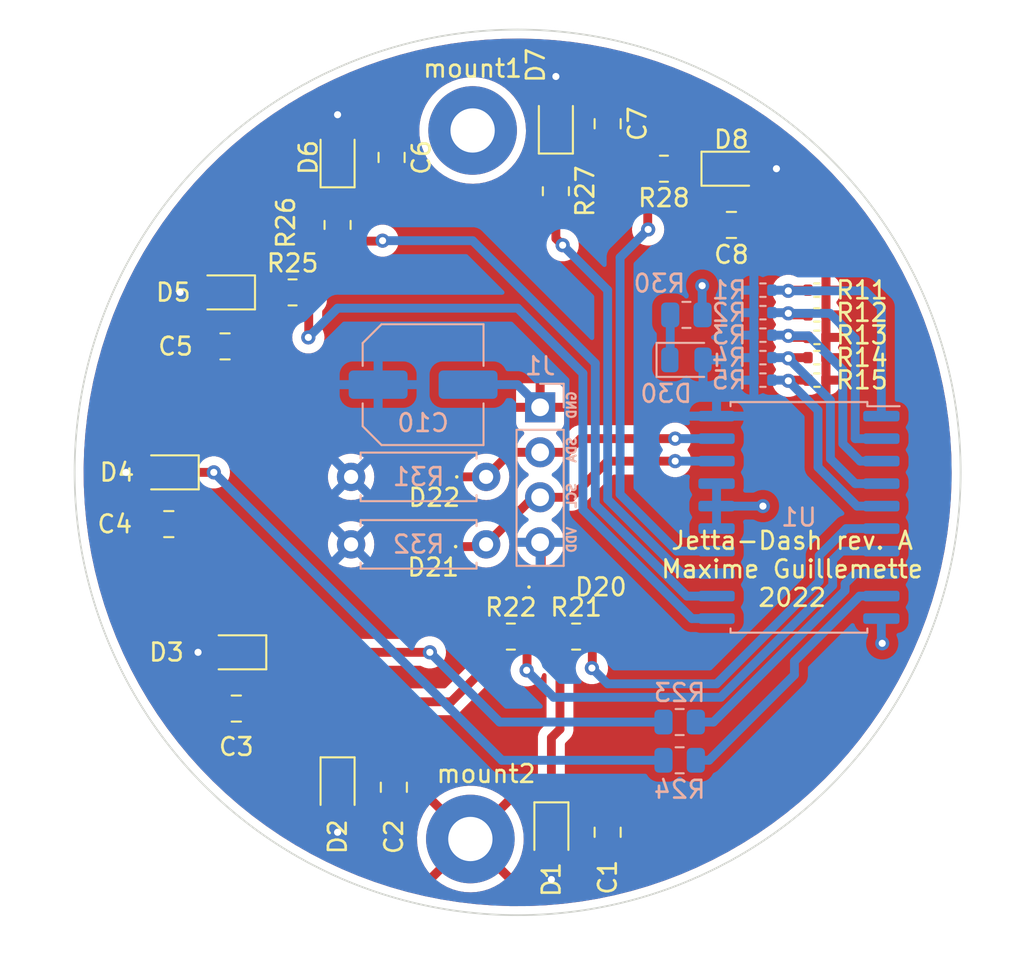
<source format=kicad_pcb>
(kicad_pcb (version 20211014) (generator pcbnew)
  (layers (0 "F.Cu" signal) (31 "B.Cu" signal) (34 "B.Paste" user) (35 "F.Paste" user) (36 "B.SilkS" user "B.Silkscreen") (37 "F.SilkS" user "F.Silkscreen") (38 "B.Mask" user) (39 "F.Mask" user) (44 "Edge.Cuts" user))
  (net 0 "")
  (net 1 "VCC_net")
  (net 2 "/addr0")
  (net 3 "/addr1")
  (net 4 "/addr2")
  (net 5 "/addr3")
  (net 6 "/addr4")
  (net 7 "GND")
  (net 8 "/SDA")
  (net 9 "/SCL")
  (net 10 "Net-(D5-Pad1)")
  (net 11 "Net-(D6-Pad1)")
  (net 12 "Net-(D1-Pad1)")
  (net 13 "Net-(R21-Pad2)")
  (net 14 "Net-(R22-Pad2)")
  (net 15 "Net-(R23-Pad2)")
  (net 16 "Net-(R24-Pad2)")
  (net 17 "Net-(R25-Pad2)")
  (net 18 "Net-(R26-Pad2)")
  (net 19 "Net-(R27-Pad2)")
  (net 20 "Net-(R28-Pad2)")
  (net 21 "Net-(D2-Pad1)")
  (net 22 "Net-(D3-Pad1)")
  (net 23 "Net-(D4-Pad1)")
  (net 24 "Net-(D7-Pad1)")
  (net 25 "Net-(D8-Pad1)")
  (net 26 "Net-(D30-Pad1)")
  (footprint "Capacitor_SMD:C_0805_2012Metric" (layer "F.Cu") (at 154.94 129.54 90)
    (fp_text reference "C1" (at -2.54 0 90) (layer "F.SilkS"))
    (fp_text value "1uF")
    (fp_line (start -0.261252 0.735) (end 0.261252 0.735) (layer "F.SilkS") (width 0.12))
    (fp_line (start -0.261252 -0.735) (end 0.261252 -0.735) (layer "F.SilkS") (width 0.12))
    (pad "1" smd roundrect (at -0.95 0 90) (size 1 1.45) (layers "F.Cu" "F.Paste" "F.Mask") (net 1 "VCC_net"))
    (pad "2" smd roundrect (at 0.95 0 90) (size 1 1.45) (layers "F.Cu" "F.Paste" "F.Mask") (net 7 "GND"))
  )
  (footprint "Resistor_SMD:R_0402_1005Metric" (layer "F.Cu") (at 166.751 100.33)
    (fp_text reference "R12" (at 2.54 -0.127) (layer "F.SilkS"))
    (fp_text value "0")
    (fp_line (start -0.153641 -0.38) (end 0.153641 -0.38) (layer "F.SilkS") (width 0.12))
    (fp_line (start -0.153641 0.38) (end 0.153641 0.38) (layer "F.SilkS") (width 0.12))
    (pad "1" smd roundrect (at -0.51 0) (size 0.54 0.64) (layers "F.Cu" "F.Paste" "F.Mask") (net 3 "/addr1"))
    (pad "2" smd roundrect (at 0.51 0) (size 0.54 0.64) (layers "F.Cu" "F.Paste" "F.Mask") (net 7 "GND"))
  )
  (footprint "Resistor_SMD:R_0805_2012Metric" (layer "F.Cu") (at 153.162 118.491)
    (fp_text reference "R21" (at 0 -1.65) (layer "F.SilkS"))
    (fp_text value "3K")
    (fp_line (start -0.227064 0.735) (end 0.227064 0.735) (layer "F.SilkS") (width 0.12))
    (fp_line (start -0.227064 -0.735) (end 0.227064 -0.735) (layer "F.SilkS") (width 0.12))
    (pad "1" smd roundrect (at -0.9125 0) (size 1.025 1.4) (layers "F.Cu" "F.Paste" "F.Mask") (roundrect_rratio 0.243902439) (net 12 "Net-(D1-Pad1)"))
    (pad "2" smd roundrect (at 0.9125 0) (size 1.025 1.4) (layers "F.Cu" "F.Paste" "F.Mask") (roundrect_rratio 0.243902439) (net 13 "Net-(R21-Pad2)"))
  )
  (footprint "Capacitor_SMD:C_0805_2012Metric" (layer "F.Cu") (at 154.94 89.535 -90)
    (fp_text reference "C7" (at 0 -1.68 90) (layer "F.SilkS"))
    (fp_text value "1uF")
    (fp_line (start -0.261252 -0.735) (end 0.261252 -0.735) (layer "F.SilkS") (width 0.12))
    (fp_line (start -0.261252 0.735) (end 0.261252 0.735) (layer "F.SilkS") (width 0.12))
    (pad "1" smd roundrect (at -0.95 0 270) (size 1 1.45) (layers "F.Cu" "F.Paste" "F.Mask") (net 1 "VCC_net"))
    (pad "2" smd roundrect (at 0.95 0 270) (size 1 1.45) (layers "F.Cu" "F.Paste" "F.Mask") (net 7 "GND"))
  )
  (footprint "LED_SMD:LED_0805_2012Metric" (layer "F.Cu") (at 133.355 99.06 180)
    (fp_text reference "D5" (at 2.926 0 180) (layer "F.SilkS"))
    (fp_text value "yellow")
    (fp_line (start -1.685 0.96) (end 1 0.96) (layer "F.SilkS") (width 0.12))
    (fp_line (start -1.685 -0.96) (end -1.685 0.96) (layer "F.SilkS") (width 0.12))
    (fp_line (start 1 -0.96) (end -1.685 -0.96) (layer "F.SilkS") (width 0.12))
    (pad "1" smd roundrect (at -0.9375 0 180) (size 0.975 1.4) (layers "F.Cu" "F.Paste" "F.Mask") (net 10 "Net-(D5-Pad1)"))
    (pad "2" smd roundrect (at 0.9375 0 180) (size 0.975 1.4) (layers "F.Cu" "F.Paste" "F.Mask") (net 1 "VCC_net"))
  )
  (footprint "LED_SMD:LED_0805_2012Metric" (layer "F.Cu") (at 151.765 129.535 -90)
    (fp_text reference "D1" (at 2.672 0 -90) (layer "F.SilkS"))
    (fp_text value "green")
    (fp_line (start 1 -0.96) (end -1.685 -0.96) (layer "F.SilkS") (width 0.12))
    (fp_line (start -1.685 0.96) (end 1 0.96) (layer "F.SilkS") (width 0.12))
    (fp_line (start -1.685 -0.96) (end -1.685 0.96) (layer "F.SilkS") (width 0.12))
    (pad "1" smd roundrect (at -0.9375 0 270) (size 0.975 1.4) (layers "F.Cu" "F.Paste" "F.Mask") (net 12 "Net-(D1-Pad1)"))
    (pad "2" smd roundrect (at 0.9375 0 270) (size 0.975 1.4) (layers "F.Cu" "F.Paste" "F.Mask") (net 1 "VCC_net"))
  )
  (footprint "Resistor_SMD:R_0805_2012Metric" (layer "F.Cu") (at 149.479 118.491)
    (fp_text reference "R22" (at 0 -1.65) (layer "F.SilkS"))
    (fp_text value "3K")
    (fp_line (start -0.227064 0.735) (end 0.227064 0.735) (layer "F.SilkS") (width 0.12))
    (fp_line (start -0.227064 -0.735) (end 0.227064 -0.735) (layer "F.SilkS") (width 0.12))
    (pad "1" smd roundrect (at -0.9125 0) (size 1.025 1.4) (layers "F.Cu" "F.Paste" "F.Mask") (roundrect_rratio 0.243902439) (net 21 "Net-(D2-Pad1)"))
    (pad "2" smd roundrect (at 0.9125 0) (size 1.025 1.4) (layers "F.Cu" "F.Paste" "F.Mask") (roundrect_rratio 0.243902439) (net 14 "Net-(R22-Pad2)"))
  )
  (footprint "LED_SMD:LED_0805_2012Metric" (layer "F.Cu") (at 130.18 109.22 180)
    (fp_text reference "D4" (at 2.926 0 180) (layer "F.SilkS"))
    (fp_text value "green")
    (fp_line (start -1.685 0.96) (end 1 0.96) (layer "F.SilkS") (width 0.12))
    (fp_line (start 1 -0.96) (end -1.685 -0.96) (layer "F.SilkS") (width 0.12))
    (fp_line (start -1.685 -0.96) (end -1.685 0.96) (layer "F.SilkS") (width 0.12))
    (pad "1" smd roundrect (at -0.9375 0 180) (size 0.975 1.4) (layers "F.Cu" "F.Paste" "F.Mask") (net 23 "Net-(D4-Pad1)"))
    (pad "2" smd roundrect (at 0.9375 0 180) (size 0.975 1.4) (layers "F.Cu" "F.Paste" "F.Mask") (net 1 "VCC_net"))
  )
  (footprint "Resistor_SMD:R_0402_1005Metric" (layer "F.Cu") (at 166.751 101.6)
    (fp_text reference "R13" (at 2.54 -0.127) (layer "F.SilkS"))
    (fp_text value "0")
    (fp_line (start -0.153641 -0.38) (end 0.153641 -0.38) (layer "F.SilkS") (width 0.12))
    (fp_line (start -0.153641 0.38) (end 0.153641 0.38) (layer "F.SilkS") (width 0.12))
    (pad "1" smd roundrect (at -0.51 0) (size 0.54 0.64) (layers "F.Cu" "F.Paste" "F.Mask") (net 4 "/addr2"))
    (pad "2" smd roundrect (at 0.51 0) (size 0.54 0.64) (layers "F.Cu" "F.Paste" "F.Mask") (net 7 "GND"))
  )
  (footprint "Resistor_SMD:R_0805_2012Metric" (layer "F.Cu") (at 158.115 92.075 180)
    (fp_text reference "R28" (at 0 -1.65) (layer "F.SilkS"))
    (fp_text value "3K")
    (fp_line (start -0.227064 -0.735) (end 0.227064 -0.735) (layer "F.SilkS") (width 0.12))
    (fp_line (start -0.227064 0.735) (end 0.227064 0.735) (layer "F.SilkS") (width 0.12))
    (pad "1" smd roundrect (at -0.9125 0 180) (size 1.025 1.4) (layers "F.Cu" "F.Paste" "F.Mask") (roundrect_rratio 0.243902439) (net 25 "Net-(D8-Pad1)"))
    (pad "2" smd roundrect (at 0.9125 0 180) (size 1.025 1.4) (layers "F.Cu" "F.Paste" "F.Mask") (roundrect_rratio 0.243902439) (net 20 "Net-(R28-Pad2)"))
  )
  (footprint "Resistor_SMD:R_0402_1005Metric" (layer "F.Cu") (at 166.751 104.013)
    (fp_text reference "R15" (at 2.54 0) (layer "F.SilkS"))
    (fp_text value "0")
    (fp_line (start -0.153641 0.38) (end 0.153641 0.38) (layer "F.SilkS") (width 0.12))
    (fp_line (start -0.153641 -0.38) (end 0.153641 -0.38) (layer "F.SilkS") (width 0.12))
    (pad "1" smd roundrect (at -0.51 0) (size 0.54 0.64) (layers "F.Cu" "F.Paste" "F.Mask") (net 6 "/addr4"))
    (pad "2" smd roundrect (at 0.51 0) (size 0.54 0.64) (layers "F.Cu" "F.Paste" "F.Mask") (net 7 "GND"))
  )
  (footprint "Capacitor_SMD:C_0805_2012Metric" (layer "F.Cu") (at 142.875 127 90)
    (fp_text reference "C2" (at -2.794 0 90) (layer "F.SilkS"))
    (fp_text value "1uF")
    (fp_line (start -0.261252 -0.735) (end 0.261252 -0.735) (layer "F.SilkS") (width 0.12))
    (fp_line (start -0.261252 0.735) (end 0.261252 0.735) (layer "F.SilkS") (width 0.12))
    (pad "1" smd roundrect (at -0.95 0 90) (size 1 1.45) (layers "F.Cu" "F.Paste" "F.Mask") (net 1 "VCC_net"))
    (pad "2" smd roundrect (at 0.95 0 90) (size 1 1.45) (layers "F.Cu" "F.Paste" "F.Mask") (net 7 "GND"))
  )
  (footprint "Capacitor_SMD:C_0805_2012Metric" (layer "F.Cu") (at 161.925 95.25 180)
    (fp_text reference "C8" (at 0 -1.68) (layer "F.SilkS"))
    (fp_text value "1uF")
    (fp_line (start -0.261252 -0.735) (end 0.261252 -0.735) (layer "F.SilkS") (width 0.12))
    (fp_line (start -0.261252 0.735) (end 0.261252 0.735) (layer "F.SilkS") (width 0.12))
    (pad "1" smd roundrect (at -0.95 0 180) (size 1 1.45) (layers "F.Cu" "F.Paste" "F.Mask") (net 1 "VCC_net"))
    (pad "2" smd roundrect (at 0.95 0 180) (size 1 1.45) (layers "F.Cu" "F.Paste" "F.Mask") (net 7 "GND"))
  )
  (footprint "Resistor_SMD:R_0805_2012Metric" (layer "F.Cu") (at 152.019 93.345 -90)
    (fp_text reference "R27" (at 0 -1.65 90) (layer "F.SilkS"))
    (fp_text value "3K")
    (fp_line (start -0.227064 -0.735) (end 0.227064 -0.735) (layer "F.SilkS") (width 0.12))
    (fp_line (start -0.227064 0.735) (end 0.227064 0.735) (layer "F.SilkS") (width 0.12))
    (pad "1" smd roundrect (at -0.9125 0 270) (size 1.025 1.4) (layers "F.Cu" "F.Paste" "F.Mask") (roundrect_rratio 0.243902439) (net 24 "Net-(D7-Pad1)"))
    (pad "2" smd roundrect (at 0.9125 0 270) (size 1.025 1.4) (layers "F.Cu" "F.Paste" "F.Mask") (roundrect_rratio 0.243902439) (net 19 "Net-(R27-Pad2)"))
  )
  (footprint "Resistor_SMD:R_0805_2012Metric" (layer "F.Cu") (at 139.7 95.25 -90)
    (fp_text reference "R26" (at -0.127 2.921 90) (layer "F.SilkS"))
    (fp_text value "3K")
    (fp_line (start -0.227064 0.735) (end 0.227064 0.735) (layer "F.SilkS") (width 0.12))
    (fp_line (start -0.227064 -0.735) (end 0.227064 -0.735) (layer "F.SilkS") (width 0.12))
    (pad "1" smd roundrect (at -0.9125 0 270) (size 1.025 1.4) (layers "F.Cu" "F.Paste" "F.Mask") (roundrect_rratio 0.243902439) (net 11 "Net-(D6-Pad1)"))
    (pad "2" smd roundrect (at 0.9125 0 270) (size 1.025 1.4) (layers "F.Cu" "F.Paste" "F.Mask") (roundrect_rratio 0.243902439) (net 18 "Net-(R26-Pad2)"))
  )
  (footprint "LED_SMD:LED_0805_2012Metric" (layer "F.Cu") (at 133.99 119.38 180)
    (fp_text reference "D3" (at 3.942 0 180) (layer "F.SilkS"))
    (fp_text value "green")
    (fp_line (start -1.685 0.96) (end 1 0.96) (layer "F.SilkS") (width 0.12))
    (fp_line (start -1.685 -0.96) (end -1.685 0.96) (layer "F.SilkS") (width 0.12))
    (fp_line (start 1 -0.96) (end -1.685 -0.96) (layer "F.SilkS") (width 0.12))
    (pad "1" smd roundrect (at -0.9375 0 180) (size 0.975 1.4) (layers "F.Cu" "F.Paste" "F.Mask") (net 22 "Net-(D3-Pad1)"))
    (pad "2" smd roundrect (at 0.9375 0 180) (size 0.975 1.4) (layers "F.Cu" "F.Paste" "F.Mask") (net 1 "VCC_net"))
  )
  (footprint "Resistor_SMD:R_0402_1005Metric" (layer "F.Cu") (at 166.751 98.933)
    (fp_text reference "R11" (at 2.54 0) (layer "F.SilkS"))
    (fp_text value "0")
    (fp_line (start -0.153641 -0.38) (end 0.153641 -0.38) (layer "F.SilkS") (width 0.12))
    (fp_line (start -0.153641 0.38) (end 0.153641 0.38) (layer "F.SilkS") (width 0.12))
    (pad "1" smd roundrect (at -0.51 0) (size 0.54 0.64) (layers "F.Cu" "F.Paste" "F.Mask") (net 2 "/addr0"))
    (pad "2" smd roundrect (at 0.51 0) (size 0.54 0.64) (layers "F.Cu" "F.Paste" "F.Mask") (net 7 "GND"))
  )
  (footprint "Capacitor_SMD:C_0805_2012Metric" (layer "F.Cu") (at 142.748 91.44 -90)
    (fp_text reference "C6" (at 0 -1.68 90) (layer "F.SilkS"))
    (fp_text value "1uF")
    (fp_line (start -0.261252 -0.735) (end 0.261252 -0.735) (layer "F.SilkS") (width 0.12))
    (fp_line (start -0.261252 0.735) (end 0.261252 0.735) (layer "F.SilkS") (width 0.12))
    (pad "1" smd roundrect (at -0.95 0 270) (size 1 1.45) (layers "F.Cu" "F.Paste" "F.Mask") (net 1 "VCC_net"))
    (pad "2" smd roundrect (at 0.95 0 270) (size 1 1.45) (layers "F.Cu" "F.Paste" "F.Mask") (net 7 "GND"))
  )
  (footprint "MountingHole:MountingHole_2.5mm_Pad" (layer "F.Cu") (at 147.32 89.916)
    (fp_text reference "mount1" (at 0 -3.5) (layer "F.SilkS"))
    (fp_text value "MountingHole_2.5mm_Pad")
    (pad "1" thru_hole circle (at 0 0) (size 5 5) (drill 2.5) (layers *.Cu *.Mask))
  )
  (footprint "MountingHole:MountingHole_2.5mm_Pad" (layer "F.Cu") (at 147.193 129.921)
    (fp_text reference "mount2" (at 0.889 -3.683) (layer "F.SilkS"))
    (fp_text value "MountingHole_2.5mm_Pad")
    (pad "1" thru_hole circle (at 0 0) (size 5 5) (drill 2.5) (layers *.Cu *.Mask) (net 7 "GND"))
  )
  (footprint "LED_SMD:LED_0805_2012Metric" (layer "F.Cu") (at 139.7 91.44 90)
    (fp_text reference "D6" (at 0 -1.65 90) (layer "F.SilkS"))
    (fp_text value "yellow")
    (fp_line (start 1 -0.96) (end -1.685 -0.96) (layer "F.SilkS") (width 0.12))
    (fp_line (start -1.685 -0.96) (end -1.685 0.96) (layer "F.SilkS") (width 0.12))
    (fp_line (start -1.685 0.96) (end 1 0.96) (layer "F.SilkS") (width 0.12))
    (pad "1" smd roundrect (at -0.9375 0 90) (size 0.975 1.4) (layers "F.Cu" "F.Paste" "F.Mask") (net 11 "Net-(D6-Pad1)"))
    (pad "2" smd roundrect (at 0.9375 0 90) (size 0.975 1.4) (layers "F.Cu" "F.Paste" "F.Mask") (net 1 "VCC_net"))
  )
  (footprint "Diode_SMD:D_0402_1005Metric_Pad0.77x0.64mm_HandSolder" (layer "F.Cu") (at 145.0965 113.411 180)
    (fp_text reference "D21" (at 0 -1.17) (layer "F.SilkS"))
    (fp_text value "5.6V")
    (fp_circle (center -1.265 0) (end -1.215 0) (layer "F.SilkS") (width 0.1) (fill none))
    (pad "1" smd roundrect (at -0.5725 0 180) (size 0.765 0.64) (layers "F.Cu" "F.Paste" "F.Mask") (net 9 "/SCL"))
    (pad "2" smd roundrect (at 0.5725 0 180) (size 0.765 0.64) (layers "F.Cu" "F.Paste" "F.Mask") (net 7 "GND"))
  )
  (footprint "LED_SMD:LED_0805_2012Metric" (layer "F.Cu") (at 161.92 92.075)
    (fp_text reference "D8" (at 0 -1.65) (layer "F.SilkS"))
    (fp_text value "red")
    (fp_line (start -1.685 0.96) (end 1 0.96) (layer "F.SilkS") (width 0.12))
    (fp_line (start -1.685 -0.96) (end -1.685 0.96) (layer "F.SilkS") (width 0.12))
    (fp_line (start 1 -0.96) (end -1.685 -0.96) (layer "F.SilkS") (width 0.12))
    (pad "1" smd roundrect (at -0.9375 0) (size 0.975 1.4) (layers "F.Cu" "F.Paste" "F.Mask") (net 25 "Net-(D8-Pad1)"))
    (pad "2" smd roundrect (at 0.9375 0) (size 0.975 1.4) (layers "F.Cu" "F.Paste" "F.Mask") (net 1 "VCC_net"))
  )
  (footprint "Diode_SMD:D_0402_1005Metric_Pad0.77x0.64mm_HandSolder" (layer "F.Cu") (at 145.161 109.474 180)
    (fp_text reference "D22" (at 0 -1.17) (layer "F.SilkS"))
    (fp_text value "5.6V")
    (fp_circle (center -1.265 0) (end -1.215 0) (layer "F.SilkS") (width 0.1) (fill none))
    (pad "1" smd roundrect (at -0.5725 0 180) (size 0.765 0.64) (layers "F.Cu" "F.Paste" "F.Mask") (net 8 "/SDA"))
    (pad "2" smd roundrect (at 0.5725 0 180) (size 0.765 0.64) (layers "F.Cu" "F.Paste" "F.Mask") (net 7 "GND"))
  )
  (footprint "Resistor_SMD:R_0402_1005Metric" (layer "F.Cu") (at 166.751 102.743)
    (fp_text reference "R14" (at 2.54 0) (layer "F.SilkS"))
    (fp_text value "0")
    (fp_line (start -0.153641 0.38) (end 0.153641 0.38) (layer "F.SilkS") (width 0.12))
    (fp_line (start -0.153641 -0.38) (end 0.153641 -0.38) (layer "F.SilkS") (width 0.12))
    (pad "1" smd roundrect (at -0.51 0) (size 0.54 0.64) (layers "F.Cu" "F.Paste" "F.Mask") (net 5 "/addr3"))
    (pad "2" smd roundrect (at 0.51 0) (size 0.54 0.64) (layers "F.Cu" "F.Paste" "F.Mask") (net 7 "GND"))
  )
  (footprint "Capacitor_SMD:C_0805_2012Metric" (layer "F.Cu") (at 133.35 102.108)
    (fp_text reference "C5" (at -2.794 0) (layer "F.SilkS"))
    (fp_text value "1uF")
    (fp_line (start -0.261252 0.735) (end 0.261252 0.735) (layer "F.SilkS") (width 0.12))
    (fp_line (start -0.261252 -0.735) (end 0.261252 -0.735) (layer "F.SilkS") (width 0.12))
    (pad "1" smd roundrect (at -0.95 0) (size 1 1.45) (layers "F.Cu" "F.Paste" "F.Mask") (net 1 "VCC_net"))
    (pad "2" smd roundrect (at 0.95 0) (size 1 1.45) (layers "F.Cu" "F.Paste" "F.Mask") (net 7 "GND"))
  )
  (footprint "Diode_SMD:D_0402_1005Metric_Pad0.77x0.64mm_HandSolder" (layer "F.Cu") (at 151.765 115.697)
    (fp_text reference "D20" (at 2.794 0) (layer "F.SilkS"))
    (fp_text value "5.6V")
    (fp_circle (center -1.265 0) (end -1.215 0) (layer "F.SilkS") (width 0.1) (fill none))
    (pad "1" smd roundrect (at -0.5725 0) (size 0.765 0.64) (layers "F.Cu" "F.Paste" "F.Mask") (net 1 "VCC_net"))
    (pad "2" smd roundrect (at 0.5725 0) (size 0.765 0.64) (layers "F.Cu" "F.Paste" "F.Mask") (net 7 "GND"))
  )
  (footprint "Resistor_SMD:R_0805_2012Metric" (layer "F.Cu") (at 137.16 99.06)
    (fp_text reference "R25" (at 0 -1.65) (layer "F.SilkS"))
    (fp_text value "3K")
    (fp_line (start -0.227064 -0.735) (end 0.227064 -0.735) (layer "F.SilkS") (width 0.12))
    (fp_line (start -0.227064 0.735) (end 0.227064 0.735) (layer "F.SilkS") (width 0.12))
    (pad "1" smd roundrect (at -0.9125 0) (size 1.025 1.4) (layers "F.Cu" "F.Paste" "F.Mask") (roundrect_rratio 0.243902439) (net 10 "Net-(D5-Pad1)"))
    (pad "2" smd roundrect (at 0.9125 0) (size 1.025 1.4) (layers "F.Cu" "F.Paste" "F.Mask") (roundrect_rratio 0.243902439) (net 17 "Net-(R25-Pad2)"))
  )
  (footprint "Capacitor_SMD:C_0805_2012Metric" (layer "F.Cu") (at 133.985 122.555)
    (fp_text reference "C3" (at 0 2.159) (layer "F.SilkS"))
    (fp_text value "1uF")
    (fp_line (start -0.261252 0.735) (end 0.261252 0.735) (layer "F.SilkS") (width 0.12))
    (fp_line (start -0.261252 -0.735) (end 0.261252 -0.735) (layer "F.SilkS") (width 0.12))
    (pad "1" smd roundrect (at -0.95 0) (size 1 1.45) (layers "F.Cu" "F.Paste" "F.Mask") (net 1 "VCC_net"))
    (pad "2" smd roundrect (at 0.95 0) (size 1 1.45) (layers "F.Cu" "F.Paste" "F.Mask") (net 7 "GND"))
  )
  (footprint "LED_SMD:LED_0805_2012Metric" (layer "F.Cu") (at 139.7 126.995 -90)
    (fp_text reference "D2" (at 2.799 0 -90) (layer "F.SilkS"))
    (fp_text value "green")
    (fp_line (start -1.685 0.96) (end 1 0.96) (layer "F.SilkS") (width 0.12))
    (fp_line (start -1.685 -0.96) (end -1.685 0.96) (layer "F.SilkS") (width 0.12))
    (fp_line (start 1 -0.96) (end -1.685 -0.96) (layer "F.SilkS") (width 0.12))
    (pad "1" smd roundrect (at -0.9375 0 270) (size 0.975 1.4) (layers "F.Cu" "F.Paste" "F.Mask") (net 21 "Net-(D2-Pad1)"))
    (pad "2" smd roundrect (at 0.9375 0 270) (size 0.975 1.4) (layers "F.Cu" "F.Paste" "F.Mask") (net 1 "VCC_net"))
  )
  (footprint "Capacitor_SMD:C_0805_2012Metric" (layer "F.Cu") (at 130.175 112.141)
    (fp_text reference "C4" (at -3.048 0) (layer "F.SilkS"))
    (fp_text value "1uF")
    (fp_line (start -0.261252 0.735) (end 0.261252 0.735) (layer "F.SilkS") (width 0.12))
    (fp_line (start -0.261252 -0.735) (end 0.261252 -0.735) (layer "F.SilkS") (width 0.12))
    (pad "1" smd roundrect (at -0.95 0) (size 1 1.45) (layers "F.Cu" "F.Paste" "F.Mask") (net 1 "VCC_net"))
    (pad "2" smd roundrect (at 0.95 0) (size 1 1.45) (layers "F.Cu" "F.Paste" "F.Mask") (net 7 "GND"))
  )
  (footprint "LED_SMD:LED_0805_2012Metric" (layer "F.Cu") (at 152.019 89.535 90)
    (fp_text reference "D7" (at 3.302 -1.143 90) (layer "F.SilkS"))
    (fp_text value "red")
    (fp_line (start -1.685 -0.96) (end -1.685 0.96) (layer "F.SilkS") (width 0.12))
    (fp_line (start -1.685 0.96) (end 1 0.96) (layer "F.SilkS") (width 0.12))
    (fp_line (start 1 -0.96) (end -1.685 -0.96) (layer "F.SilkS") (width 0.12))
    (pad "1" smd roundrect (at -0.9375 0 90) (size 0.975 1.4) (layers "F.Cu" "F.Paste" "F.Mask") (net 24 "Net-(D7-Pad1)"))
    (pad "2" smd roundrect (at 0.9375 0 90) (size 0.975 1.4) (layers "F.Cu" "F.Paste" "F.Mask") (net 1 "VCC_net"))
  )
  (footprint "Resistor_SMD:R_0402_1005Metric" (layer "B.Cu") (at 163.703 102.743)
    (fp_text reference "R4" (at -1.905 0) (layer "B.SilkS") (effects (justify mirror)))
    (fp_text value "0")
    (fp_line (start -0.153641 0.38) (end 0.153641 0.38) (layer "B.SilkS") (width 0.12))
    (fp_line (start -0.153641 -0.38) (end 0.153641 -0.38) (layer "B.SilkS") (width 0.12))
    (pad "1" smd roundrect (at -0.51 0) (size 0.54 0.64) (layers "B.Cu" "B.Paste" "B.Mask") (net 1 "VCC_net"))
    (pad "2" smd roundrect (at 0.51 0) (size 0.54 0.64) (layers "B.Cu" "B.Paste" "B.Mask") (net 5 "/addr3"))
  )
  (footprint "Resistor_SMD:R_0402_1005Metric" (layer "B.Cu") (at 163.703 100.203)
    (fp_text reference "R2" (at -1.905 0) (layer "B.SilkS") (effects (justify mirror)))
    (fp_text value "0")
    (fp_line (start -0.153641 -0.38) (end 0.153641 -0.38) (layer "B.SilkS") (width 0.12))
    (fp_line (start -0.153641 0.38) (end 0.153641 0.38) (layer "B.SilkS") (width 0.12))
    (pad "1" smd roundrect (at -0.51 0) (size 0.54 0.64) (layers "B.Cu" "B.Paste" "B.Mask") (net 1 "VCC_net"))
    (pad "2" smd roundrect (at 0.51 0) (size 0.54 0.64) (layers "B.Cu" "B.Paste" "B.Mask") (net 3 "/addr1"))
  )
  (footprint "Resistor_SMD:R_0805_2012Metric" (layer "B.Cu") (at 159.385 100.33)
    (fp_text reference "R30" (at -1.524 -1.778) (layer "B.SilkS") (effects (justify mirror)))
    (fp_text value "1K")
    (fp_line (start -0.227064 0.735) (end 0.227064 0.735) (layer "B.SilkS") (width 0.12))
    (fp_line (start -0.227064 -0.735) (end 0.227064 -0.735) (layer "B.SilkS") (width 0.12))
    (pad "1" smd roundrect (at -0.9125 0) (size 1.025 1.4) (layers "B.Cu" "B.Paste" "B.Mask") (roundrect_rratio 0.243902439) (net 26 "Net-(D30-Pad1)"))
    (pad "2" smd roundrect (at 0.9125 0) (size 1.025 1.4) (layers "B.Cu" "B.Paste" "B.Mask") (roundrect_rratio 0.243902439) (net 7 "GND"))
  )
  (footprint "Package_SO:SOIC-20W_7.5x12.8mm_P1.27mm" (layer "B.Cu") (at 165.735 111.76 180)
    (fp_text reference "U1" (at 0 0) (layer "B.SilkS") (effects (justify mirror)))
    (fp_text value "PCA9634")
    (fp_line (start 0 6.51) (end 3.86 6.51) (layer "B.SilkS") (width 0.12))
    (fp_line (start 0 -6.51) (end 3.86 -6.51) (layer "B.SilkS") (width 0.12))
    (fp_line (start -3.86 6.51) (end -3.86 6.275) (layer "B.SilkS") (width 0.12))
    (fp_line (start -3.86 -6.51) (end -3.86 -6.275) (layer "B.SilkS") (width 0.12))
    (fp_line (start 3.86 6.51) (end 3.86 6.275) (layer "B.SilkS") (width 0.12))
    (fp_line (start 0 6.51) (end -3.86 6.51) (layer "B.SilkS") (width 0.12))
    (fp_line (start 0 -6.51) (end -3.86 -6.51) (layer "B.SilkS") (width 0.12))
    (fp_line (start -3.86 6.275) (end -5.675 6.275) (layer "B.SilkS") (width 0.12))
    (fp_line (start 3.86 -6.51) (end 3.86 -6.275) (layer "B.SilkS") (width 0.12))
    (pad "1" smd roundrect (at -4.65 5.715 180) (size 2.05 0.6) (layers "B.Cu" "B.Paste" "B.Mask") (net 2 "/addr0"))
    (pad "2" smd roundrect (at -4.65 4.445 180) (size 2.05 0.6) (layers "B.Cu" "B.Paste" "B.Mask") (net 3 "/addr1"))
    (pad "3" smd roundrect (at -4.65 3.175 180) (size 2.05 0.6) (layers "B.Cu" "B.Paste" "B.Mask") (net 4 "/addr2"))
    (pad "4" smd roundrect (at -4.65 1.905 180) (size 2.05 0.6) (layers "B.Cu" "B.Paste" "B.Mask") (net 5 "/addr3"))
    (pad "5" smd roundrect (at -4.65 0.635 180) (size 2.05 0.6) (layers "B.Cu" "B.Paste" "B.Mask") (net 6 "/addr4"))
    (pad "6" smd roundrect (at -4.65 -0.635 180) (size 2.05 0.6) (layers "B.Cu" "B.Paste" "B.Mask") (net 13 "Net-(R21-Pad2)"))
    (pad "7" smd roundrect (at -4.65 -1.905 180) (size 2.05 0.6) (layers "B.Cu" "B.Paste" "B.Mask") (net 14 "Net-(R22-Pad2)"))
    (pad "8" smd roundrect (at -4.65 -3.175 180) (size 2.05 0.6) (layers "B.Cu" "B.Paste" "B.Mask") (net 15 "Net-(R23-Pad2)"))
    (pad "9" smd roundrect (at -4.65 -4.445 180) (size 2.05 0.6) (layers "B.Cu" "B.Paste" "B.Mask") (net 16 "Net-(R24-Pad2)"))
    (pad "10" smd roundrect (at -4.65 -5.715 180) (size 2.05 0.6) (layers "B.Cu" "B.Paste" "B.Mask") (net 7 "GND"))
    (pad "11" smd roundrect (at 4.65 -5.715 180) (size 2.05 0.6) (layers "B.Cu" "B.Paste" "B.Mask") (net 17 "Net-(R25-Pad2)"))
    (pad "12" smd roundrect (at 4.65 -4.445 180) (size 2.05 0.6) (layers "B.Cu" "B.Paste" "B.Mask") (net 18 "Net-(R26-Pad2)"))
    (pad "13" smd roundrect (at 4.65 -3.175 180) (size 2.05 0.6) (layers "B.Cu" "B.Paste" "B.Mask") (net 19 "Net-(R27-Pad2)"))
    (pad "14" smd roundrect (at 4.65 -1.905 180) (size 2.05 0.6) (layers "B.Cu" "B.Paste" "B.Mask") (net 20 "Net-(R28-Pad2)"))
    (pad "15" smd roundrect (at 4.65 -0.635 180) (size 2.05 0.6) (layers "B.Cu" "B.Paste" "B.Mask") (net 7 "GND"))
    (pad "16" smd roundrect (at 4.65 0.635 180) (size 2.05 0.6) (layers "B.Cu" "B.Paste" "B.Mask") (net 7 "GND"))
    (pad "17" smd roundrect (at 4.65 1.905 180) (size 2.05 0.6) (layers "B.Cu" "B.Paste" "B.Mask") (net 7 "GND"))
    (pad "18" smd roundrect (at 4.65 3.175 180) (size 2.05 0.6) (layers "B.Cu" "B.Paste" "B.Mask") (net 9 "/SCL"))
    (pad "19" smd roundrect (at 4.65 4.445 180) (size 2.05 0.6) (layers "B.Cu" "B.Paste" "B.Mask") (net 8 "/SDA"))
    (pad "20" smd roundrect (at 4.65 5.715 180) (size 2.05 0.6) (layers "B.Cu" "B.Paste" "B.Mask") (net 1 "VCC_net"))
  )
  (footprint "Connector_PinHeader_2.54mm:PinHeader_1x04_P2.54mm_Vertical" (layer "B.Cu") (at 151.13 105.547 180)
    (fp_text reference "J1" (at 0 2.33) (layer "B.SilkS") (effects (justify mirror)))
    (fp_text value "Conn_01x04")
    (fp_line (start -1.33 -8.95) (end 1.33 -8.95) (layer "B.SilkS") (width 0.12))
    (fp_line (start -1.33 1.33) (end 0 1.33) (layer "B.SilkS") (width 0.12))
    (fp_line (start -1.33 -1.27) (end -1.33 -8.95) (layer "B.SilkS") (width 0.12))
    (fp_line (start -1.33 0) (end -1.33 1.33) (layer "B.SilkS") (width 0.12))
    (fp_line (start 1.33 -1.27) (end 1.33 -8.95) (layer "B.SilkS") (width 0.12))
    (fp_line (start -1.33 -1.27) (end 1.33 -1.27) (layer "B.SilkS") (width 0.12))
    (pad "1" thru_hole rect (at 0 0 180) (size 1.7 1.7) (drill 1) (layers *.Cu *.Mask) (net 7 "GND"))
    (pad "2" thru_hole oval (at 0 -2.54 180) (size 1.7 1.7) (drill 1) (layers *.Cu *.Mask) (net 8 "/SDA"))
    (pad "3" thru_hole oval (at 0 -5.08 180) (size 1.7 1.7) (drill 1) (layers *.Cu *.Mask) (net 9 "/SCL"))
    (pad "4" thru_hole oval (at 0 -7.62 180) (size 1.7 1.7) (drill 1) (layers *.Cu *.Mask) (net 1 "VCC_net"))
  )
  (footprint "Resistor_THT:R_Axial_DIN0207_L6.3mm_D2.5mm_P7.62mm_Horizontal" (layer "B.Cu") (at 140.462 109.474)
    (fp_text reference "R31" (at 3.81 0) (layer "B.SilkS") (effects (justify mirror)))
    (fp_text value "10K")
    (fp_line (start 7.08 1.37) (end 7.08 1.04) (layer "B.SilkS") (width 0.12))
    (fp_line (start 0.54 -1.37) (end 7.08 -1.37) (layer "B.SilkS") (width 0.12))
    (fp_line (start 0.54 1.37) (end 7.08 1.37) (layer "B.SilkS") (width 0.12))
    (fp_line (start 0.54 1.04) (end 0.54 1.37) (layer "B.SilkS") (width 0.12))
    (fp_line (start 0.54 -1.04) (end 0.54 -1.37) (layer "B.SilkS") (width 0.12))
    (fp_line (start 7.08 -1.37) (end 7.08 -1.04) (layer "B.SilkS") (width 0.12))
    (pad "1" thru_hole circle (at 0 0) (size 1.6 1.6) (drill 0.8) (layers *.Cu *.Mask) (net 1 "VCC_net"))
    (pad "2" thru_hole oval (at 7.62 0) (size 1.6 1.6) (drill 0.8) (layers *.Cu *.Mask) (net 8 "/SDA"))
  )
  (footprint "Resistor_SMD:R_0402_1005Metric" (layer "B.Cu") (at 163.703 101.473)
    (fp_text reference "R3" (at -1.905 0) (layer "B.SilkS") (effects (justify mirror)))
    (fp_text value "0")
    (fp_line (start -0.153641 -0.38) (end 0.153641 -0.38) (layer "B.SilkS") (width 0.12))
    (fp_line (start -0.153641 0.38) (end 0.153641 0.38) (layer "B.SilkS") (width 0.12))
    (pad "1" smd roundrect (at -0.51 0) (size 0.54 0.64) (layers "B.Cu" "B.Paste" "B.Mask") (net 1 "VCC_net"))
    (pad "2" smd roundrect (at 0.51 0) (size 0.54 0.64) (layers "B.Cu" "B.Paste" "B.Mask") (net 4 "/addr2"))
  )
  (footprint "LED_SMD:LED_0805_2012Metric" (layer "B.Cu") (at 159.385 102.87)
    (fp_text reference "D30" (at -1.143 1.905) (layer "B.SilkS") (effects (justify mirror)))
    (fp_text value "green")
    (fp_line (start -1.685 0.96) (end -1.685 -0.96) (layer "B.SilkS") (width 0.12))
    (fp_line (start 1 0.96) (end -1.685 0.96) (layer "B.SilkS") (width 0.12))
    (fp_line (start -1.685 -0.96) (end 1 -0.96) (layer "B.SilkS") (width 0.12))
    (pad "1" smd roundrect (at -0.9375 0) (size 0.975 1.4) (layers "B.Cu" "B.Paste" "B.Mask") (net 26 "Net-(D30-Pad1)"))
    (pad "2" smd roundrect (at 0.9375 0) (size 0.975 1.4) (layers "B.Cu" "B.Paste" "B.Mask") (net 1 "VCC_net"))
  )
  (footprint "Resistor_THT:R_Axial_DIN0207_L6.3mm_D2.5mm_P7.62mm_Horizontal" (layer "B.Cu") (at 140.462 113.284)
    (fp_text reference "R32" (at 3.81 0) (layer "B.SilkS") (effects (justify mirror)))
    (fp_text value "10K")
    (fp_line (start 7.08 -1.37) (end 7.08 -1.04) (layer "B.SilkS") (width 0.12))
    (fp_line (start 0.54 -1.04) (end 0.54 -1.37) (layer "B.SilkS") (width 0.12))
    (fp_line (start 0.54 -1.37) (end 7.08 -1.37) (layer "B.SilkS") (width 0.12))
    (fp_line (start 0.54 1.37) (end 7.08 1.37) (layer "B.SilkS") (width 0.12))
    (fp_line (start 7.08 1.37) (end 7.08 1.04) (layer "B.SilkS") (width 0.12))
    (fp_line (start 0.54 1.04) (end 0.54 1.37) (layer "B.SilkS") (width 0.12))
    (pad "1" thru_hole circle (at 0 0) (size 1.6 1.6) (drill 0.8) (layers *.Cu *.Mask) (net 1 "VCC_net"))
    (pad "2" thru_hole oval (at 7.62 0) (size 1.6 1.6) (drill 0.8) (layers *.Cu *.Mask) (net 9 "/SCL"))
  )
  (footprint "Resistor_SMD:R_0402_1005Metric" (layer "B.Cu") (at 163.703 98.933)
    (fp_text reference "R1" (at -1.905 0) (layer "B.SilkS") (effects (justify mirror)))
    (fp_text value "0")
    (fp_line (start -0.153641 -0.38) (end 0.153641 -0.38) (layer "B.SilkS") (width 0.12))
    (fp_line (start -0.153641 0.38) (end 0.153641 0.38) (layer "B.SilkS") (width 0.12))
    (pad "1" smd roundrect (at -0.51 0) (size 0.54 0.64) (layers "B.Cu" "B.Paste" "B.Mask") (net 1 "VCC_net"))
    (pad "2" smd roundrect (at 0.51 0) (size 0.54 0.64) (layers "B.Cu" "B.Paste" "B.Mask") (net 2 "/addr0"))
  )
  (footprint "Resistor_SMD:R_0805_2012Metric" (layer "B.Cu") (at 159.004 123.317)
    (fp_text reference "R23" (at 0 -1.651) (layer "B.SilkS") (effects (justify mirror)))
    (fp_text value "3K")
    (fp_line (start -0.227064 -0.735) (end 0.227064 -0.735) (layer "B.SilkS") (width 0.12))
    (fp_line (start -0.227064 0.735) (end 0.227064 0.735) (layer "B.SilkS") (width 0.12))
    (pad "1" smd roundrect (at -0.9125 0) (size 1.025 1.4) (layers "B.Cu" "B.Paste" "B.Mask") (roundrect_rratio 0.243902439) (net 22 "Net-(D3-Pad1)"))
    (pad "2" smd roundrect (at 0.9125 0) (size 1.025 1.4) (layers "B.Cu" "B.Paste" "B.Mask") (roundrect_rratio 0.243902439) (net 15 "Net-(R23-Pad2)"))
  )
  (footprint "Resistor_SMD:R_0805_2012Metric" (layer "B.Cu") (at 159.004 125.476)
    (fp_text reference "R24" (at 0 1.65) (layer "B.SilkS") (effects (justify mirror)))
    (fp_text value "3K")
    (fp_line (start -0.227064 0.735) (end 0.227064 0.735) (layer "B.SilkS") (width 0.12))
    (fp_line (start -0.227064 -0.735) (end 0.227064 -0.735) (layer "B.SilkS") (width 0.12))
    (pad "1" smd roundrect (at -0.9125 0) (size 1.025 1.4) (layers "B.Cu" "B.Paste" "B.Mask") (roundrect_rratio 0.243902439) (net 23 "Net-(D4-Pad1)"))
    (pad "2" smd roundrect (at 0.9125 0) (size 1.025 1.4) (layers "B.Cu" "B.Paste" "B.Mask") (roundrect_rratio 0.243902439) (net 16 "Net-(R24-Pad2)"))
  )
  (footprint "Resistor_SMD:R_0402_1005Metric" (layer "B.Cu") (at 163.703 104.013)
    (fp_text reference "R5" (at -1.905 0) (layer "B.SilkS") (effects (justify mirror)))
    (fp_text value "0")
    (fp_line (start -0.153641 0.38) (end 0.153641 0.38) (layer "B.SilkS") (width 0.12))
    (fp_line (start -0.153641 -0.38) (end 0.153641 -0.38) (layer "B.SilkS") (width 0.12))
    (pad "1" smd roundrect (at -0.51 0) (size 0.54 0.64) (layers "B.Cu" "B.Paste" "B.Mask") (net 1 "VCC_net"))
    (pad "2" smd roundrect (at 0.51 0) (size 0.54 0.64) (layers "B.Cu" "B.Paste" "B.Mask") (net 6 "/addr4"))
  )
  (footprint "Capacitor_SMD:C_Elec_6.3x5.4" (layer "B.Cu") (at 144.526 104.267)
    (fp_text reference "C10" (at 0 2.159) (layer "B.SilkS") (effects (justify mirror)))
    (fp_text value "10uF")
    (fp_line (start -3.41 2.345563) (end -3.41 1.06) (layer "B.SilkS") (width 0.12))
    (fp_line (start -3.41 -2.345563) (end -3.41 -1.06) (layer "B.SilkS") (width 0.12))
    (fp_line (start -2.345563 3.41) (end 3.41 3.41) (layer "B.SilkS") (width 0.12))
    (fp_line (start -2.345563 -3.41) (end 3.41 -3.41) (layer "B.SilkS") (width 0.12))
    (fp_line (start 3.41 3.41) (end 3.41 1.06) (layer "B.SilkS") (width 0.12))
    (fp_line (start 3.41 -3.41) (end 3.41 -1.06) (layer "B.SilkS") (width 0.12))
    (fp_line (start -3.41 2.345563) (end -2.345563 3.41) (layer "B.SilkS") (width 0.12))
    (fp_line (start -3.41 -2.345563) (end -2.345563 -3.41) (layer "B.SilkS") (width 0.12))
    (pad "1" smd roundrect (at -2.5375 0) (size 3.325 1.6) (layers "B.Cu" "B.Paste" "B.Mask") (roundrect_rratio 0.15625) (net 1 "VCC_net"))
    (pad "2" smd roundrect (at 2.5375 0) (size 3.325 1.6) (layers "B.Cu" "B.Paste" "B.Mask") (roundrect_rratio 0.15625) (net 7 "GND"))
  )
  (gr_circle (center 149.86 109.22) (end 174.86 109.22) (layer "Edge.Cuts") (width 0.1) (fill none))
  (gr_text "GND\n" (at 152.908 105.42 90) (layer "B.SilkS") (effects (font (size 0.5 0.5) (thickness 0.125)) (justify mirror)))
  (gr_text "SCL\n" (at 152.908 110.53 90) (layer "B.SilkS") (effects (font (size 0.5 0.5) (thickness 0.125)) (justify mirror)))
  (gr_text "SDA" (at 152.908 107.95 90) (layer "B.SilkS") (effects (font (size 0.5 0.5) (thickness 0.125)) (justify mirror)))
  (gr_text "VDD" (at 152.908 113.03 90) (layer "B.SilkS") (effects (font (size 0.5 0.5) (thickness 0.125)) (justify mirror)))
  (gr_text "Jetta-Dash rev. A\nMaxime Guillemette\n2022" (at 165.354 114.681) (layer "F.SilkS") (effects (font (size 1 1))))
  (segment (start 154.9275 88.5975) (end 154.94 88.585) (width 0.5) (layer "F.Cu") (net 1))
  (segment (start 152.019 88.5975) (end 152.019 86.868) (width 0.5) (layer "F.Cu") (net 1))
  (segment (start 132.4175 99.06) (end 130.81 99.06) (width 0.5) (layer "F.Cu") (net 1))
  (segment (start 132.4175 102.0905) (end 132.4 102.108) (width 0.5) (layer "F.Cu") (net 1))
  (segment (start 129.2425 109.22) (end 129.2425 112.1235) (width 0.5) (layer "F.Cu") (net 1))
  (segment (start 162.875 92.0925) (end 162.875 95.25) (width 0.5) (layer "F.Cu") (net 1))
  (segment (start 133.0525 119.38) (end 133.0525 122.5375) (width 0.5) (layer "F.Cu") (net 1))
  (segment (start 151.1925 113.2295) (end 151.13 113.167) (width 0.5) (layer "F.Cu") (net 1))
  (segment (start 129.2425 112.1235) (end 129.225 112.141) (width 0.5) (layer "F.Cu") (net 1))
  (segment (start 139.7 127.9325) (end 142.8575 127.9325) (width 0.5) (layer "F.Cu") (net 1))
  (segment (start 151.765 130.4725) (end 151.765 132.207) (width 0.5) (layer "F.Cu") (net 1))
  (segment (start 164.465 92.075) (end 162.8575 92.075) (width 0.5) (layer "F.Cu") (net 1))
  (segment (start 152.019 88.5975) (end 154.9275 88.5975) (width 0.5) (layer "F.Cu") (net 1))
  (segment (start 139.7 90.5025) (end 139.7 89.027) (width 0.5) (layer "F.Cu") (net 1))
  (segment (start 129.2425 109.22) (end 127.762 109.22) (width 0.5) (layer "F.Cu") (net 1))
  (segment (start 133.0525 122.5375) (end 133.035 122.555) (width 0.5) (layer "F.Cu") (net 1))
  (segment (start 139.7125 90.49) (end 139.7 90.5025) (width 0.5) (layer "F.Cu") (net 1))
  (segment (start 162.8575 92.075) (end 162.875 92.0925) (width 0.5) (layer "F.Cu") (net 1))
  (segment (start 133.0525 119.38) (end 131.826 119.38) (width 0.5) (layer "F.Cu") (net 1))
  (segment (start 151.765 130.4725) (end 154.9225 130.4725) (width 0.5) (layer "F.Cu") (net 1))
  (segment (start 132.4175 99.06) (end 132.4175 102.0905) (width 0.5) (layer "F.Cu") (net 1))
  (segment (start 142.748 90.49) (end 139.7125 90.49) (width 0.5) (layer "F.Cu") (net 1))
  (segment (start 151.1925 115.697) (end 151.1925 113.2295) (width 0.5) (layer "F.Cu") (net 1))
  (segment (start 154.9225 130.4725) (end 154.94 130.49) (width 0.5) (layer "F.Cu") (net 1))
  (segment (start 139.7 127.9325) (end 139.7 129.54) (width 0.5) (layer "F.Cu") (net 1))
  (segment (start 142.8575 127.9325) (end 142.875 127.95) (width 0.5) (layer "F.Cu") (net 1))
  (via (at 131.826 119.38) (size 0.8) (drill 0.4) (layers "F.Cu" "B.Cu") (net 1))
  (via (at 130.81 99.06) (size 0.8) (drill 0.4) (layers "F.Cu" "B.Cu") (net 1))
  (via (at 164.465 92.075) (size 0.8) (drill 0.4) (layers "F.Cu" "B.Cu") (net 1))
  (via (at 139.7 89.027) (size 0.8) (drill 0.4) (layers "F.Cu" "B.Cu") (net 1))
  (via (at 152.019 86.868) (size 0.8) (drill 0.4) (layers "F.Cu" "B.Cu") (net 1))
  (via (at 139.7 129.54) (size 0.8) (drill 0.4) (layers "F.Cu" "B.Cu") (net 1))
  (via (at 151.765 132.207) (size 0.8) (drill 0.4) (layers "F.Cu" "B.Cu") (net 1))
  (via (at 127.762 109.22) (size 0.8) (drill 0.4) (layers "F.Cu" "B.Cu") (net 1))
  (segment (start 165.172978 98.933) (end 165.135489 98.970489) (width 0.5) (layer "F.Cu") (net 2))
  (segment (start 166.241 98.933) (end 165.172978 98.933) (width 0.5) (layer "F.Cu") (net 2))
  (via (at 165.135489 98.970489) (size 0.8) (drill 0.4) (layers "F.Cu" "B.Cu") (net 2))
  (segment (start 165.098 98.933) (end 165.135489 98.970489) (width 0.5) (layer "B.Cu") (net 2))
  (segment (start 169.455489 98.970489) (end 165.135489 98.970489) (width 0.5) (layer "B.Cu") (net 2))
  (segment (start 170.385 99.9) (end 169.455489 98.970489) (width 0.5) (layer "B.Cu") (net 2))
  (segment (start 164.213 98.933) (end 165.098 98.933) (width 0.5) (layer "B.Cu") (net 2))
  (segment (start 170.385 106.045) (end 170.385 99.9) (width 0.5) (layer "B.Cu") (net 2))
  (segment (start 166.241 100.33) (end 165.225 100.33) (width 0.5) (layer "F.Cu") (net 3))
  (segment (start 165.225 100.33) (end 165.135489 100.240489) (width 0.5) (layer "F.Cu") (net 3))
  (via (at 165.135489 100.240489) (size 0.8) (drill 0.4) (layers "F.Cu" "B.Cu") (net 3))
  (segment (start 164.213 100.203) (end 165.098 100.203) (width 0.5) (layer "B.Cu") (net 3))
  (segment (start 168.91 107.315) (end 170.385 107.315) (width 0.5) (layer "B.Cu") (net 3))
  (segment (start 168.91 101.668609) (end 168.91 107.315) (width 0.5) (layer "B.Cu") (net 3))
  (segment (start 167.48188 100.240489) (end 168.91 101.668609) (width 0.5) (layer "B.Cu") (net 3))
  (segment (start 165.135489 100.240489) (end 167.48188 100.240489) (width 0.5) (layer "B.Cu") (net 3))
  (segment (start 165.098 100.203) (end 165.135489 100.240489) (width 0.5) (layer "B.Cu") (net 3))
  (segment (start 165.225 101.6) (end 165.135489 101.510489) (width 0.5) (layer "F.Cu") (net 4))
  (segment (start 166.241 101.6) (end 165.225 101.6) (width 0.5) (layer "F.Cu") (net 4))
  (via (at 165.135489 101.510489) (size 0.8) (drill 0.4) (layers "F.Cu" "B.Cu") (net 4))
  (segment (start 169.19073 108.585) (end 168.21048 107.60475) (width 0.5) (layer "B.Cu") (net 4))
  (segment (start 166.280489 101.510489) (end 165.135489 101.510489) (width 0.5) (layer "B.Cu") (net 4))
  (segment (start 168.21048 103.44048) (end 166.280489 101.510489) (width 0.5) (layer "B.Cu") (net 4))
  (segment (start 165.098 101.473) (end 165.135489 101.510489) (width 0.5) (layer "B.Cu") (net 4))
  (segment (start 170.385 108.585) (end 169.19073 108.585) (width 0.5) (layer "B.Cu") (net 4))
  (segment (start 164.213 101.473) (end 165.098 101.473) (width 0.5) (layer "B.Cu") (net 4))
  (segment (start 168.21048 107.60475) (end 168.21048 103.44048) (width 0.5) (layer "B.Cu") (net 4))
  (segment (start 166.241 102.743) (end 165.172978 102.743) (width 0.5) (layer "F.Cu") (net 5))
  (segment (start 165.172978 102.743) (end 165.135489 102.780489) (width 0.5) (layer "F.Cu") (net 5))
  (via (at 165.135489 102.780489) (size 0.8) (drill 0.4) (layers "F.Cu" "B.Cu") (net 5))
  (segment (start 165.098 102.743) (end 165.135489 102.780489) (width 0.5) (layer "B.Cu") (net 5))
  (segment (start 167.51096 105.15596) (end 165.135489 102.780489) (width 0.5) (layer "B.Cu") (net 5))
  (segment (start 164.213 102.743) (end 165.098 102.743) (width 0.5) (layer "B.Cu") (net 5))
  (segment (start 170.385 109.855) (end 168.91 109.855) (width 0.5) (layer "B.Cu") (net 5))
  (segment (start 168.91 109.855) (end 167.510961 108.455961) (width 0.5) (layer "B.Cu") (net 5))
  (segment (start 167.510961 108.455961) (end 167.51096 105.15596) (width 0.5) (layer "B.Cu") (net 5))
  (segment (start 166.241 104.013) (end 165.172978 104.013) (width 0.5) (layer "F.Cu") (net 6))
  (segment (start 165.172978 104.013) (end 165.135489 104.050489) (width 0.5) (layer "F.Cu") (net 6))
  (via (at 165.135489 104.050489) (size 0.8) (drill 0.4) (layers "F.Cu" "B.Cu") (net 6))
  (segment (start 166.81144 105.72644) (end 165.135489 104.050489) (width 0.5) (layer "B.Cu") (net 6))
  (segment (start 169.013595 111.125) (end 166.81144 108.922845) (width 0.5) (layer "B.Cu") (net 6))
  (segment (start 166.81144 108.922845) (end 166.81144 105.72644) (width 0.5) (layer "B.Cu") (net 6))
  (segment (start 170.385 111.125) (end 169.013595 111.125) (width 0.5) (layer "B.Cu") (net 6))
  (segment (start 164.213 104.013) (end 165.098 104.013) (width 0.5) (layer "B.Cu") (net 6))
  (segment (start 165.098 104.013) (end 165.135489 104.050489) (width 0.5) (layer "B.Cu") (net 6))
  (via (at 160.274 98.679) (size 0.8) (drill 0.4) (layers "F.Cu" "B.Cu") (net 7))
  (via (at 163.703 111.125) (size 0.8) (drill 0.4) (layers "F.Cu" "B.Cu") (net 7))
  (via (at 170.434 118.872) (size 0.8) (drill 0.4) (layers "F.Cu" "B.Cu") (net 7))
  (segment (start 170.385 117.475) (end 170.385 118.823) (width 0.5) (layer "B.Cu") (net 7))
  (segment (start 161.085 111.125) (end 163.703 111.125) (width 0.5) (layer "B.Cu") (net 7))
  (segment (start 149.85 104.267) (end 151.13 105.547) (width 0.5) (layer "B.Cu") (net 7))
  (segment (start 161.085 109.855) (end 161.085 112.395) (width 0.5) (layer "B.Cu") (net 7))
  (segment (start 160.274 98.679) (end 160.274 100.3065) (width 0.5) (layer "B.Cu") (net 7))
  (segment (start 170.385 118.823) (end 170.434 118.872) (width 0.5) (layer "B.Cu") (net 7))
  (segment (start 147.0635 104.267) (end 149.85 104.267) (width 0.5) (layer "B.Cu") (net 7))
  (segment (start 160.274 100.3065) (end 160.2975 100.33) (width 0.5) (layer "B.Cu") (net 7))
  (segment (start 152.644 108.087) (end 151.13 108.087) (width 0.5) (layer "F.Cu") (net 8))
  (segment (start 149.469 108.087) (end 148.082 109.474) (width 0.5) (layer "F.Cu") (net 8))
  (segment (start 153.416 107.315) (end 152.644 108.087) (width 0.5) (layer "F.Cu") (net 8))
  (segment (start 151.13 108.087) (end 149.469 108.087) (width 0.5) (layer "F.Cu") (net 8))
  (segment (start 145.7335 109.474) (end 148.082 109.474) (width 0.5) (layer "F.Cu") (net 8))
  (segment (start 158.75 107.315) (end 153.416 107.315) (width 0.5) (layer "F.Cu") (net 8))
  (segment (start 148.082 109.474) (end 148.082 109.855) (width 0.5) (layer "F.Cu") (net 8))
  (via (at 158.75 107.315) (size 0.8) (drill 0.4) (layers "F.Cu" "B.Cu") (net 8))
  (segment (start 161.085 107.315) (end 158.75 107.315) (width 0.5) (layer "B.Cu") (net 8))
  (segment (start 147.955 113.411) (end 148.082 113.284) (width 0.5) (layer "F.Cu") (net 9))
  (segment (start 152.898 110.627) (end 151.13 110.627) (width 0.5) (layer "F.Cu") (net 9))
  (segment (start 151.13 110.627) (end 150.739 110.627) (width 0.5) (layer "F.Cu") (net 9))
  (segment (start 158.75 108.585) (end 154.94 108.585) (width 0.5) (layer "F.Cu") (net 9))
  (segment (start 154.94 108.585) (end 152.898 110.627) (width 0.5) (layer "F.Cu") (net 9))
  (segment (start 145.669 113.411) (end 147.955 113.411) (width 0.5) (layer "F.Cu") (net 9))
  (segment (start 150.739 110.627) (end 148.082 113.284) (width 0.5) (layer "F.Cu") (net 9))
  (via (at 158.75 108.585) (size 0.8) (drill 0.4) (layers "F.Cu" "B.Cu") (net 9))
  (segment (start 161.085 108.585) (end 158.75 108.585) (width 0.5) (layer "B.Cu") (net 9))
  (segment (start 134.2925 99.06) (end 136.2475 99.06) (width 0.5) (layer "F.Cu") (net 10))
  (segment (start 139.7 92.3775) (end 139.7 94.3375) (width 0.5) (layer "F.Cu") (net 11))
  (segment (start 152.2495 123.7215) (end 152.2495 118.491) (width 0.5) (layer "F.Cu") (net 12))
  (segment (start 151.765 124.206) (end 152.2495 123.7215) (width 0.5) (layer "F.Cu") (net 12))
  (segment (start 151.765 128.5975) (end 151.765 124.206) (width 0.5) (layer "F.Cu") (net 12))
  (segment (start 154.0745 120.2455) (end 154.051 120.269) (width 0.5) (layer "F.Cu") (net 13))
  (segment (start 154.0745 118.491) (end 154.0745 120.2455) (width 0.5) (layer "F.Cu") (net 13))
  (via (at 154.051 120.269) (size 0.8) (drill 0.4) (layers "F.Cu" "B.Cu") (net 13))
  (segment (start 154.94 121.158) (end 154.051 120.269) (width 0.5) (layer "B.Cu") (net 13))
  (segment (start 166.878 113.919) (end 166.878 115.36946) (width 0.5) (layer "B.Cu") (net 13))
  (segment (start 166.878 115.36946) (end 161.08946 121.158) (width 0.5) (layer "B.Cu") (net 13))
  (segment (start 168.402 112.395) (end 166.878 113.919) (width 0.5) (layer "B.Cu") (net 13))
  (segment (start 170.385 112.395) (end 168.402 112.395) (width 0.5) (layer "B.Cu") (net 13))
  (segment (start 161.08946 121.158) (end 154.94 121.158) (width 0.5) (layer "B.Cu") (net 13))
  (segment (start 150.3915 118.491) (end 150.3915 120.3725) (width 0.5) (layer "F.Cu") (net 14))
  (segment (start 150.3915 120.3725) (end 150.368 120.396) (width 0.5) (layer "F.Cu") (net 14))
  (via (at 150.368 120.396) (size 0.8) (drill 0.4) (layers "F.Cu" "B.Cu") (net 14))
  (segment (start 170.385 113.665) (end 168.148 113.665) (width 0.5) (layer "B.Cu") (net 14))
  (segment (start 167.64 114.173) (end 167.64 115.59673) (width 0.5) (layer "B.Cu") (net 14))
  (segment (start 161.31673 121.92) (end 151.892 121.92) (width 0.5) (layer "B.Cu") (net 14))
  (segment (start 167.64 115.59673) (end 161.31673 121.92) (width 0.5) (layer "B.Cu") (net 14))
  (segment (start 151.892 121.92) (end 150.368 120.396) (width 0.5) (layer "B.Cu") (net 14))
  (segment (start 168.148 113.665) (end 167.64 114.173) (width 0.5) (layer "B.Cu") (net 14))
  (segment (start 168.339519 115.886481) (end 168.339519 115.505481) (width 0.5) (layer "B.Cu") (net 15))
  (segment (start 160.909 123.317) (end 168.339519 115.886481) (width 0.5) (layer "B.Cu") (net 15))
  (segment (start 159.9165 123.317) (end 160.909 123.317) (width 0.5) (layer "B.Cu") (net 15))
  (segment (start 168.91 114.935) (end 170.385 114.935) (width 0.5) (layer "B.Cu") (net 15))
  (segment (start 168.339519 115.505481) (end 168.91 114.935) (width 0.5) (layer "B.Cu") (net 15))
  (segment (start 159.9165 125.476) (end 160.655 125.476) (width 0.5) (layer "B.Cu") (net 16))
  (segment (start 165.481 119.888) (end 169.164 116.205) (width 0.5) (layer "B.Cu") (net 16))
  (segment (start 169.164 116.205) (end 170.385 116.205) (width 0.5) (layer "B.Cu") (net 16))
  (segment (start 160.655 125.476) (end 165.481 120.65) (width 0.5) (layer "B.Cu") (net 16))
  (segment (start 165.481 120.65) (end 165.481 119.888) (width 0.5) (layer "B.Cu") (net 16))
  (segment (start 138.0725 101.5765) (end 138.0725 99.06) (width 0.5) (layer "F.Cu") (net 17))
  (segment (start 138.049 101.6) (end 138.0725 101.5765) (width 0.5) (layer "F.Cu") (net 17))
  (via (at 138.049 101.6) (size 0.8) (drill 0.4) (layers "F.Cu" "B.Cu") (net 17))
  (segment (start 153.543 111.32554) (end 153.543 103.632) (width 0.5) (layer "B.Cu") (net 17))
  (segment (start 159.69246 117.475) (end 153.543 111.32554) (width 0.5) (layer "B.Cu") (net 17))
  (segment (start 139.7 99.949) (end 138.049 101.6) (width 0.5) (layer "B.Cu") (net 17))
  (segment (start 153.543 103.632) (end 149.86 99.949) (width 0.5) (layer "B.Cu") (net 17))
  (segment (start 161.085 117.475) (end 159.69246 117.475) (width 0.5) (layer "B.Cu") (net 17))
  (segment (start 149.86 99.949) (end 139.7 99.949) (width 0.5) (layer "B.Cu") (net 17))
  (segment (start 139.7 96.1625) (end 142.2165 96.1625) (width 0.5) (layer "F.Cu") (net 18))
  (segment (start 142.2165 96.1625) (end 142.24 96.139) (width 0.5) (layer "F.Cu") (net 18))
  (via (at 142.24 96.139) (size 0.8) (drill 0.4) (layers "F.Cu" "B.Cu") (net 18))
  (segment (start 147.32 96.139) (end 142.24 96.139) (width 0.5) (layer "B.Cu") (net 18))
  (segment (start 161.085 116.205) (end 159.41173 116.205) (width 0.5) (layer "B.Cu") (net 18))
  (segment (start 154.24252 103.06152) (end 147.32 96.139) (width 0.5) (layer "B.Cu") (net 18))
  (segment (start 159.41173 116.205) (end 154.24252 111.03579) (width 0.5) (layer "B.Cu") (net 18))
  (segment (start 154.24252 111.03579) (end 154.24252 103.06152) (width 0.5) (layer "B.Cu") (net 18))
  (segment (start 152.019 96.012) (end 152.4 96.393) (width 0.5) (layer "F.Cu") (net 19))
  (segment (start 152.019 94.2575) (end 152.019 96.012) (width 0.5) (layer "F.Cu") (net 19))
  (via (at 152.4 96.393) (size 0.8) (drill 0.4) (layers "F.Cu" "B.Cu") (net 19))
  (segment (start 159.131 114.935) (end 154.94204 110.74604) (width 0.5) (layer "B.Cu") (net 19))
  (segment (start 154.94204 110.74604) (end 154.94204 98.93504) (width 0.5) (layer "B.Cu") (net 19))
  (segment (start 161.085 114.935) (end 159.131 114.935) (width 0.5) (layer "B.Cu") (net 19))
  (segment (start 154.94204 98.93504) (end 152.4 96.393) (width 0.5) (layer "B.Cu") (net 19))
  (segment (start 157.2025 92.075) (end 157.2025 95.4805) (width 0.5) (layer "F.Cu") (net 20))
  (segment (start 157.2025 95.4805) (end 157.226 95.504) (width 0.5) (layer "F.Cu") (net 20))
  (via (at 157.226 95.504) (size 0.8) (drill 0.4) (layers "F.Cu" "B.Cu") (net 20))
  (segment (start 155.64156 97.08844) (end 157.226 95.504) (width 0.5) (layer "B.Cu") (net 20))
  (segment (start 158.85027 113.665) (end 155.64156 110.45629) (width 0.5) (layer "B.Cu") (net 20))
  (segment (start 155.64156 110.45629) (end 155.64156 97.08844) (width 0.5) (layer "B.Cu") (net 20))
  (segment (start 161.085 113.665) (end 158.85027 113.665) (width 0.5) (layer "B.Cu") (net 20))
  (segment (start 142.113 122.174) (end 146.10175 122.174) (width 0.5) (layer "F.Cu") (net 21))
  (segment (start 139.7 126.0575) (end 139.7 124.587) (width 0.5) (layer "F.Cu") (net 21))
  (segment (start 148.5665 119.70925) (end 148.5665 118.491) (width 0.5) (layer "F.Cu") (net 21))
  (segment (start 139.7 124.587) (end 142.113 122.174) (width 0.5) (layer "F.Cu") (net 21))
  (segment (start 146.10175 122.174) (end 148.5665 119.70925) (width 0.5) (layer "F.Cu") (net 21))
  (segment (start 144.907 119.38) (end 134.9275 119.38) (width 0.5) (layer "F.Cu") (net 22))
  (via (at 144.907 119.38) (size 0.8) (drill 0.4) (layers "F.Cu" "B.Cu") (net 22))
  (segment (start 148.844 123.317) (end 158.0915 123.317) (width 0.5) (layer "B.Cu") (net 22))
  (segment (start 144.907 119.38) (end 148.844 123.317) (width 0.5) (layer "B.Cu") (net 22))
  (segment (start 131.1175 109.22) (end 132.715 109.22) (width 0.5) (layer "F.Cu") (net 23))
  (via (at 132.715 109.22) (size 0.8) (drill 0.4) (layers "F.Cu" "B.Cu") (net 23))
  (segment (start 148.971 125.476) (end 132.715 109.22) (width 0.5) (layer "B.Cu") (net 23))
  (segment (start 158.0915 125.476) (end 148.971 125.476) (width 0.5) (layer "B.Cu") (net 23))
  (segment (start 152.019 90.4725) (end 152.019 92.4325) (width 0.5) (layer "F.Cu") (net 24))
  (segment (start 159.0275 92.075) (end 160.9825 92.075) (width 0.5) (layer "F.Cu") (net 25))
  (segment (start 158.4725 100.33) (end 158.4725 102.845) (width 0.5) (layer "B.Cu") (net 26))
  (segment (start 158.4725 102.845) (end 158.4475 102.87) (width 0.5) (layer "B.Cu") (net 26))
  (zone (net 7) (net_name "GND") (layer "F.Cu") (connect_pads (clearance 0.508)) (min_thickness 0.254) (fill yes (thermal_gap 0.508) (thermal_bridge_width 0.508))
    (polygon (pts (xy 177.8 135.89) (xy 120.65 135.89) (xy 120.65 83.82) (xy 177.8 83.82)))
  )
  (zone (net 1) (net_name "VCC_net") (layer "B.Cu") (connect_pads (clearance 0.508)) (min_thickness 0.254) (fill yes (thermal_gap 0.508) (thermal_bridge_width 0.508))
    (polygon (pts (xy 178.435 136.525) (xy 120.65 136.525) (xy 120.65 82.55) (xy 178.435 82.55)))
  )
)
</source>
